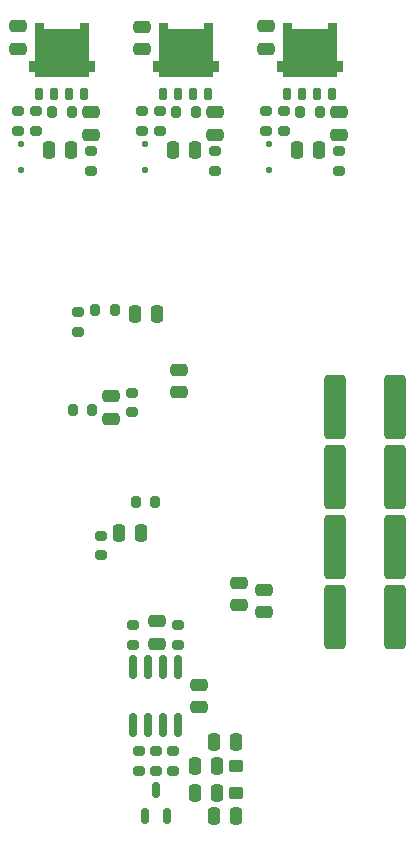
<source format=gbr>
%TF.GenerationSoftware,KiCad,Pcbnew,9.0.7*%
%TF.CreationDate,2026-02-13T21:21:15+01:00*%
%TF.ProjectId,ESC_v3,4553435f-7633-42e6-9b69-6361645f7063,rev?*%
%TF.SameCoordinates,Original*%
%TF.FileFunction,Paste,Bot*%
%TF.FilePolarity,Positive*%
%FSLAX46Y46*%
G04 Gerber Fmt 4.6, Leading zero omitted, Abs format (unit mm)*
G04 Created by KiCad (PCBNEW 9.0.7) date 2026-02-13 21:21:15*
%MOMM*%
%LPD*%
G01*
G04 APERTURE LIST*
G04 Aperture macros list*
%AMRoundRect*
0 Rectangle with rounded corners*
0 $1 Rounding radius*
0 $2 $3 $4 $5 $6 $7 $8 $9 X,Y pos of 4 corners*
0 Add a 4 corners polygon primitive as box body*
4,1,4,$2,$3,$4,$5,$6,$7,$8,$9,$2,$3,0*
0 Add four circle primitives for the rounded corners*
1,1,$1+$1,$2,$3*
1,1,$1+$1,$4,$5*
1,1,$1+$1,$6,$7*
1,1,$1+$1,$8,$9*
0 Add four rect primitives between the rounded corners*
20,1,$1+$1,$2,$3,$4,$5,0*
20,1,$1+$1,$4,$5,$6,$7,0*
20,1,$1+$1,$6,$7,$8,$9,0*
20,1,$1+$1,$8,$9,$2,$3,0*%
%AMFreePoly0*
4,1,18,-0.697500,2.280000,2.027500,2.280000,2.502500,2.280000,2.502500,1.530000,2.027500,1.530000,2.027500,-1.530000,2.502500,-1.530000,2.502500,-2.280000,-0.697500,-2.280000,-0.697500,-2.775000,-1.602500,-2.775000,-1.602500,-2.280000,-2.027500,-2.280000,-2.027500,2.280000,-1.602500,2.280000,-1.602500,2.775000,-0.697500,2.775000,-0.697500,2.280000,-0.697500,2.280000,$1*%
G04 Aperture macros list end*
%ADD10RoundRect,0.200000X-0.275000X0.200000X-0.275000X-0.200000X0.275000X-0.200000X0.275000X0.200000X0*%
%ADD11RoundRect,0.187500X0.187500X-0.312500X0.187500X0.312500X-0.187500X0.312500X-0.187500X-0.312500X0*%
%ADD12FreePoly0,90.000000*%
%ADD13RoundRect,0.250000X-0.250000X-0.475000X0.250000X-0.475000X0.250000X0.475000X-0.250000X0.475000X0*%
%ADD14RoundRect,0.250000X0.350000X-0.275000X0.350000X0.275000X-0.350000X0.275000X-0.350000X-0.275000X0*%
%ADD15RoundRect,0.200000X0.275000X-0.200000X0.275000X0.200000X-0.275000X0.200000X-0.275000X-0.200000X0*%
%ADD16RoundRect,0.125000X0.125000X-0.125000X0.125000X0.125000X-0.125000X0.125000X-0.125000X-0.125000X0*%
%ADD17RoundRect,0.200000X0.200000X0.275000X-0.200000X0.275000X-0.200000X-0.275000X0.200000X-0.275000X0*%
%ADD18RoundRect,0.250000X-0.650000X-2.450000X0.650000X-2.450000X0.650000X2.450000X-0.650000X2.450000X0*%
%ADD19RoundRect,0.150000X0.150000X-0.512500X0.150000X0.512500X-0.150000X0.512500X-0.150000X-0.512500X0*%
%ADD20RoundRect,0.250000X-0.475000X0.250000X-0.475000X-0.250000X0.475000X-0.250000X0.475000X0.250000X0*%
%ADD21RoundRect,0.250000X0.475000X-0.250000X0.475000X0.250000X-0.475000X0.250000X-0.475000X-0.250000X0*%
%ADD22RoundRect,0.250000X0.250000X0.475000X-0.250000X0.475000X-0.250000X-0.475000X0.250000X-0.475000X0*%
%ADD23RoundRect,0.200000X-0.200000X-0.275000X0.200000X-0.275000X0.200000X0.275000X-0.200000X0.275000X0*%
%ADD24RoundRect,0.150000X-0.150000X0.825000X-0.150000X-0.825000X0.150000X-0.825000X0.150000X0.825000X0*%
G04 APERTURE END LIST*
D10*
%TO.C,R36*%
X138050000Y-83275000D03*
X138050000Y-84925000D03*
%TD*%
D11*
%TO.C,Q5*%
X136605000Y-45892250D03*
X135335000Y-45892250D03*
X134065000Y-45892250D03*
X132795000Y-45892250D03*
D12*
X134700000Y-42400000D03*
%TD*%
D13*
%TO.C,C25*%
X140875000Y-64500000D03*
X142775000Y-64500000D03*
%TD*%
%TO.C,C49*%
X145975000Y-102750000D03*
X147875000Y-102750000D03*
%TD*%
D14*
%TO.C,L1*%
X149475000Y-105050000D03*
X149475000Y-102750000D03*
%TD*%
D15*
%TO.C,R31*%
X140675000Y-72825000D03*
X140675000Y-71175000D03*
%TD*%
D10*
%TO.C,R33*%
X144500000Y-90850000D03*
X144500000Y-92500000D03*
%TD*%
D13*
%TO.C,C33*%
X139525000Y-83025000D03*
X141425000Y-83025000D03*
%TD*%
D16*
%TO.C,D2*%
X152274626Y-52325000D03*
X152274626Y-50125000D03*
%TD*%
D10*
%TO.C,R32*%
X140700000Y-90850000D03*
X140700000Y-92500000D03*
%TD*%
D17*
%TO.C,R13*%
X146050000Y-47380000D03*
X144400000Y-47380000D03*
%TD*%
D15*
%TO.C,R28*%
X136100000Y-66000000D03*
X136100000Y-64350000D03*
%TD*%
D17*
%TO.C,R21*%
X135550000Y-47378165D03*
X133900000Y-47378165D03*
%TD*%
D18*
%TO.C,C30*%
X157825000Y-78300000D03*
X162925000Y-78300000D03*
%TD*%
D10*
%TO.C,R51*%
X142650000Y-101525000D03*
X142650000Y-103175000D03*
%TD*%
D17*
%TO.C,R35*%
X142625000Y-80425000D03*
X140975000Y-80425000D03*
%TD*%
D19*
%TO.C,D9*%
X143600000Y-107037500D03*
X141700000Y-107037500D03*
X142650000Y-104762500D03*
%TD*%
D11*
%TO.C,Q3*%
X147105000Y-45897250D03*
X145835000Y-45897250D03*
X144565000Y-45897250D03*
X143295000Y-45897250D03*
D12*
X145200000Y-42405000D03*
%TD*%
D20*
%TO.C,C46*%
X149700000Y-87275000D03*
X149700000Y-89175000D03*
%TD*%
D13*
%TO.C,C44*%
X147575000Y-107025000D03*
X149475000Y-107025000D03*
%TD*%
D15*
%TO.C,R17*%
X132500000Y-48978165D03*
X132500000Y-47328165D03*
%TD*%
D17*
%TO.C,R3*%
X156549626Y-47375000D03*
X154899626Y-47375000D03*
%TD*%
D21*
%TO.C,C16*%
X142775000Y-92400000D03*
X142775000Y-90500000D03*
%TD*%
D20*
%TO.C,C17*%
X146300000Y-95900000D03*
X146300000Y-97800000D03*
%TD*%
%TO.C,C47*%
X151775000Y-87850000D03*
X151775000Y-89750000D03*
%TD*%
%TO.C,C15*%
X141525000Y-40155000D03*
X141525000Y-42055000D03*
%TD*%
D10*
%TO.C,R50*%
X144125000Y-101525000D03*
X144125000Y-103175000D03*
%TD*%
D15*
%TO.C,R1*%
X158199626Y-52350000D03*
X158199626Y-50700000D03*
%TD*%
D17*
%TO.C,R26*%
X137250000Y-72600000D03*
X135600000Y-72600000D03*
%TD*%
D18*
%TO.C,C31*%
X157825000Y-72375000D03*
X162925000Y-72375000D03*
%TD*%
D22*
%TO.C,C7*%
X145975000Y-50630000D03*
X144075000Y-50630000D03*
%TD*%
D16*
%TO.C,D5*%
X131275000Y-52328165D03*
X131275000Y-50128165D03*
%TD*%
D23*
%TO.C,R27*%
X137525000Y-64125000D03*
X139175000Y-64125000D03*
%TD*%
D13*
%TO.C,C50*%
X147575000Y-100775000D03*
X149475000Y-100775000D03*
%TD*%
D21*
%TO.C,C14*%
X137200000Y-49303165D03*
X137200000Y-47403165D03*
%TD*%
D22*
%TO.C,C5*%
X156474626Y-50625000D03*
X154574626Y-50625000D03*
%TD*%
D18*
%TO.C,C29*%
X157825000Y-84225000D03*
X162925000Y-84225000D03*
%TD*%
D16*
%TO.C,D3*%
X141775000Y-52330000D03*
X141775000Y-50130000D03*
%TD*%
D24*
%TO.C,U1*%
X140695000Y-94375000D03*
X141965000Y-94375000D03*
X143235000Y-94375000D03*
X144505000Y-94375000D03*
X144505000Y-99325000D03*
X143235000Y-99325000D03*
X141965000Y-99325000D03*
X140695000Y-99325000D03*
%TD*%
D15*
%TO.C,R11*%
X152024626Y-48975000D03*
X152024626Y-47325000D03*
%TD*%
%TO.C,R9*%
X143000000Y-48980000D03*
X143000000Y-47330000D03*
%TD*%
D20*
%TO.C,C34*%
X138900000Y-71475000D03*
X138900000Y-73375000D03*
%TD*%
D18*
%TO.C,C27*%
X157825000Y-90150000D03*
X162925000Y-90150000D03*
%TD*%
D21*
%TO.C,C2*%
X158199626Y-49300000D03*
X158199626Y-47400000D03*
%TD*%
D15*
%TO.C,R15*%
X147700000Y-52355000D03*
X147700000Y-50705000D03*
%TD*%
D21*
%TO.C,C10*%
X147700000Y-49305000D03*
X147700000Y-47405000D03*
%TD*%
D15*
%TO.C,R5*%
X153499626Y-48975000D03*
X153499626Y-47325000D03*
%TD*%
D11*
%TO.C,Q1*%
X157604626Y-45892250D03*
X156334626Y-45892250D03*
X155064626Y-45892250D03*
X153794626Y-45892250D03*
D12*
X155699626Y-42400000D03*
%TD*%
D15*
%TO.C,R19*%
X131025000Y-48978165D03*
X131025000Y-47328165D03*
%TD*%
%TO.C,R7*%
X141525000Y-48980000D03*
X141525000Y-47330000D03*
%TD*%
D13*
%TO.C,C45*%
X145975000Y-105050000D03*
X147875000Y-105050000D03*
%TD*%
D20*
%TO.C,C18*%
X131025000Y-40153165D03*
X131025000Y-42053165D03*
%TD*%
D10*
%TO.C,R49*%
X141197000Y-101525000D03*
X141197000Y-103175000D03*
%TD*%
D22*
%TO.C,C11*%
X135475000Y-50628165D03*
X133575000Y-50628165D03*
%TD*%
D21*
%TO.C,C21*%
X144575000Y-71100000D03*
X144575000Y-69200000D03*
%TD*%
D20*
%TO.C,C4*%
X152024626Y-40150000D03*
X152024626Y-42050000D03*
%TD*%
D15*
%TO.C,R23*%
X137200000Y-52353165D03*
X137200000Y-50703165D03*
%TD*%
M02*

</source>
